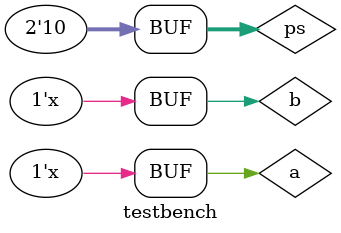
<source format=sv>
module testbench;
    reg a, b;
    reg [1:0] ps;
    wire [1:0] ns;
    wire y;

    fsm dut (a, b, ps, ns, y);

    initial begin
        ps = 2'b00; a = 0; b = 1'bx;
        #10 ps = 2'b00; a = 1; b = 1'bx;
        #10 ps = 2'b01; a = 1'bx; b = 1'b0;
        #10 ps = 2'b01; a = 1'bx; b = 1'b1;
        #10 ps = 2'b10; a = 1'bx; b = 1'bx;
    end
endmodule

</source>
